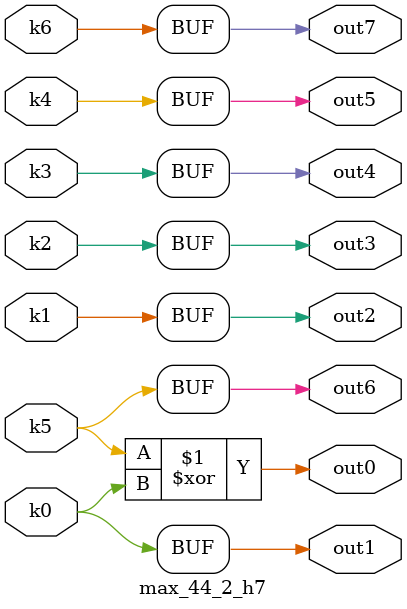
<source format=v>
module max_44_2(pi0, pi1, pi2, pi3, pi4, pi5, pi6, pi7, po0, po1, po2, po3, po4, po5, po6, po7);
input pi0, pi1, pi2, pi3, pi4, pi5, pi6, pi7;
output po0, po1, po2, po3, po4, po5, po6, po7;
wire k0, k1, k2, k3, k4, k5, k6;
max_44_2_w7 DUT1 (pi0, pi1, pi2, pi3, pi4, pi5, pi6, pi7, k0, k1, k2, k3, k4, k5, k6);
max_44_2_h7 DUT2 (k0, k1, k2, k3, k4, k5, k6, po0, po1, po2, po3, po4, po5, po6, po7);
endmodule

module max_44_2_w7(in7, in6, in5, in4, in3, in2, in1, in0, k6, k5, k4, k3, k2, k1, k0);
input in7, in6, in5, in4, in3, in2, in1, in0;
output k6, k5, k4, k3, k2, k1, k0;
assign k0 =   in2 & (in3 ? in6 : in4);
assign k1 =   ~in2 & (in3 ? ~in6 : ~in4);
assign k2 =   in3 ? ~in7 : ~in5;
assign k3 =   ~in6 & in4;
assign k4 =   (~in7 | (in5 & in0)) & (in5 | in0) & (in4 | ~in6);
assign k5 =   in1;
assign k6 =   in3;
endmodule

module max_44_2_h7(k6, k5, k4, k3, k2, k1, k0, out7, out6, out5, out4, out3, out2, out1, out0);
input k6, k5, k4, k3, k2, k1, k0;
output out7, out6, out5, out4, out3, out2, out1, out0;
assign out0 = k5 ^ k0;
assign out1 = k0;
assign out2 = k1;
assign out3 = k2;
assign out4 = k3;
assign out5 = k4;
assign out6 = k5;
assign out7 = k6;
endmodule

</source>
